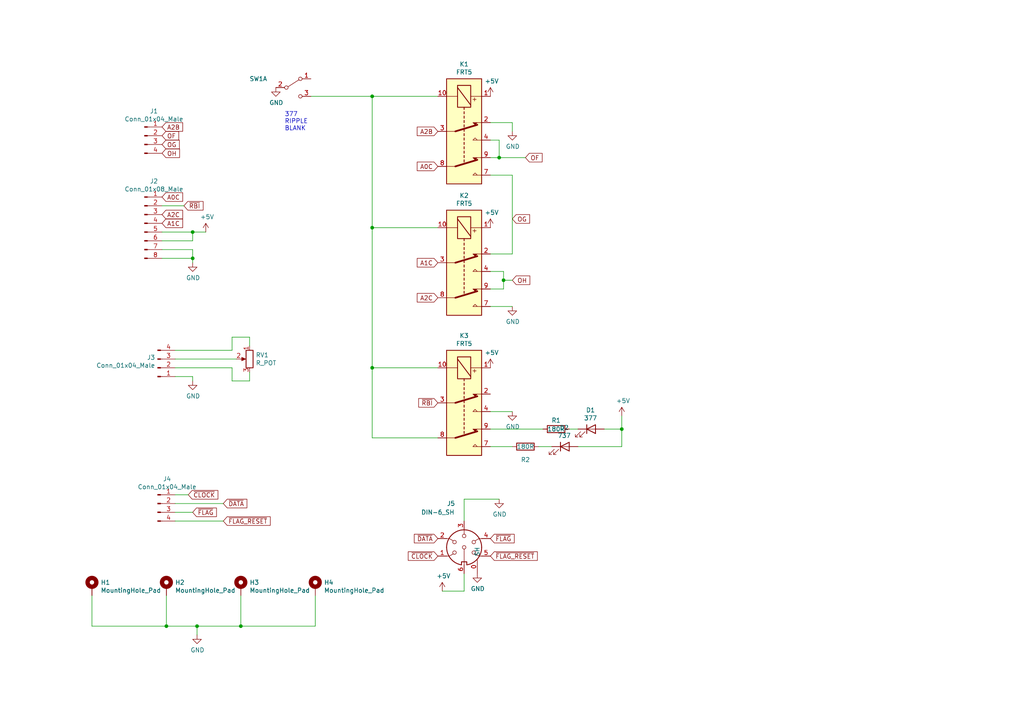
<source format=kicad_sch>
(kicad_sch (version 20211123) (generator eeschema)
  (paper "A4")
  (lib_symbols
    (symbol "Connector:Conn_01x04_Male" (pin_names (offset 1.016) hide)
      (property "Reference" "J" (at 0 5.08 0))
      (property "Value" "Conn_01x04_Male" (at 0 -7.62 0))
      (symbol "Conn_01x04_Male_1_1"
        (polyline (pts (xy 1.27 -5.08) (xy 0.8636 -5.08)) (stroke (width 0.1524)))
        (polyline (pts (xy 1.27 -2.54) (xy 0.8636 -2.54)) (stroke (width 0.1524)))
        (polyline (pts (xy 1.27 0) (xy 0.8636 0)) (stroke (width 0.1524)))
        (polyline (pts (xy 1.27 2.54) (xy 0.8636 2.54)) (stroke (width 0.1524)))
        (rectangle (start 0.8636 -4.953) (end 0 -5.207) (stroke (width 0.1524)) (fill (type outline)))
        (rectangle (start 0.8636 -2.413) (end 0 -2.667) (stroke (width 0.1524)) (fill (type outline)))
        (rectangle (start 0.8636 0.127) (end 0 -0.127) (stroke (width 0.1524)) (fill (type outline)))
        (rectangle (start 0.8636 2.667) (end 0 2.413) (stroke (width 0.1524)) (fill (type outline)))
        (pin passive line (at 5.08 2.54 180) (length 3.81) (name "Pin_1") (number "1"))
        (pin passive line (at 5.08 0 180) (length 3.81) (name "Pin_2") (number "2"))
        (pin passive line (at 5.08 -2.54 180) (length 3.81) (name "Pin_3") (number "3"))
        (pin passive line (at 5.08 -5.08 180) (length 3.81) (name "Pin_4") (number "4"))
      )
    )
    (symbol "Connector:Conn_01x08_Male" (pin_names (offset 1.016) hide)
      (property "Reference" "J" (at 0 10.16 0))
      (property "Value" "Conn_01x08_Male" (at 0 -12.7 0))
      (symbol "Conn_01x08_Male_1_1"
        (polyline (pts (xy 1.27 -10.16) (xy 0.8636 -10.16)) (stroke (width 0.1524)))
        (polyline (pts (xy 1.27 -7.62) (xy 0.8636 -7.62)) (stroke (width 0.1524)))
        (polyline (pts (xy 1.27 -5.08) (xy 0.8636 -5.08)) (stroke (width 0.1524)))
        (polyline (pts (xy 1.27 -2.54) (xy 0.8636 -2.54)) (stroke (width 0.1524)))
        (polyline (pts (xy 1.27 0) (xy 0.8636 0)) (stroke (width 0.1524)))
        (polyline (pts (xy 1.27 2.54) (xy 0.8636 2.54)) (stroke (width 0.1524)))
        (polyline (pts (xy 1.27 5.08) (xy 0.8636 5.08)) (stroke (width 0.1524)))
        (polyline (pts (xy 1.27 7.62) (xy 0.8636 7.62)) (stroke (width 0.1524)))
        (rectangle (start 0.8636 -10.033) (end 0 -10.287) (stroke (width 0.1524)) (fill (type outline)))
        (rectangle (start 0.8636 -7.493) (end 0 -7.747) (stroke (width 0.1524)) (fill (type outline)))
        (rectangle (start 0.8636 -4.953) (end 0 -5.207) (stroke (width 0.1524)) (fill (type outline)))
        (rectangle (start 0.8636 -2.413) (end 0 -2.667) (stroke (width 0.1524)) (fill (type outline)))
        (rectangle (start 0.8636 0.127) (end 0 -0.127) (stroke (width 0.1524)) (fill (type outline)))
        (rectangle (start 0.8636 2.667) (end 0 2.413) (stroke (width 0.1524)) (fill (type outline)))
        (rectangle (start 0.8636 5.207) (end 0 4.953) (stroke (width 0.1524)) (fill (type outline)))
        (rectangle (start 0.8636 7.747) (end 0 7.493) (stroke (width 0.1524)) (fill (type outline)))
        (pin passive line (at 5.08 7.62 180) (length 3.81) (name "Pin_1") (number "1"))
        (pin passive line (at 5.08 5.08 180) (length 3.81) (name "Pin_2") (number "2"))
        (pin passive line (at 5.08 2.54 180) (length 3.81) (name "Pin_3") (number "3"))
        (pin passive line (at 5.08 0 180) (length 3.81) (name "Pin_4") (number "4"))
        (pin passive line (at 5.08 -2.54 180) (length 3.81) (name "Pin_5") (number "5"))
        (pin passive line (at 5.08 -5.08 180) (length 3.81) (name "Pin_6") (number "6"))
        (pin passive line (at 5.08 -7.62 180) (length 3.81) (name "Pin_7") (number "7"))
        (pin passive line (at 5.08 -10.16 180) (length 3.81) (name "Pin_8") (number "8"))
      )
    )
    (symbol "Device:LED" (pin_numbers hide) (pin_names (offset 1.016) hide)
      (property "Reference" "D" (at 0 2.54 0))
      (property "Value" "LED" (at 0 -2.54 0))
      (symbol "LED_0_1"
        (polyline (pts (xy -1.27 -1.27) (xy -1.27 1.27)) (stroke (width 0.254)))
        (polyline (pts (xy -1.27 0) (xy 1.27 0)))
        (polyline (pts (xy 1.27 -1.27) (xy 1.27 1.27) (xy -1.27 0) (xy 1.27 -1.27)) (stroke (width 0.254)))
        (polyline (pts (xy -3.048 -0.762) (xy -4.572 -2.286) (xy -3.81 -2.286) (xy -4.572 -2.286) (xy -4.572 -1.524)))
        (polyline (pts (xy -1.778 -0.762) (xy -3.302 -2.286) (xy -2.54 -2.286) (xy -3.302 -2.286) (xy -3.302 -1.524)))
      )
      (symbol "LED_1_1"
        (pin passive line (at -3.81 0 0) (length 2.54) (name "K") (number "1"))
        (pin passive line (at 3.81 0 180) (length 2.54) (name "A") (number "2"))
      )
    )
    (symbol "Device:R" (pin_numbers hide) (pin_names (offset 0))
      (property "Reference" "R" (at 2.032 0 90))
      (property "Value" "R" (at 0 0 90))
      (symbol "R_0_1"
        (rectangle (start -1.016 -2.54) (end 1.016 2.54) (stroke (width 0.254)))
      )
      (symbol "R_1_1"
        (pin passive line (at 0 3.81 270) (length 1.27) (name "~") (number "1"))
        (pin passive line (at 0 -3.81 90) (length 1.27) (name "~") (number "2"))
      )
    )
    (symbol "Mechanical:MountingHole_Pad" (pin_numbers hide) (pin_names (offset 1.016) hide)
      (property "Reference" "H" (at 0 6.35 0))
      (property "Value" "MountingHole_Pad" (at 0 4.445 0))
      (symbol "MountingHole_Pad_0_1"
        (circle (center 0 1.27) (radius 1.27) (stroke (width 1.27)))
      )
      (symbol "MountingHole_Pad_1_1"
        (pin input line (at 0 -2.54 90) (length 2.54) (name "1") (number "1"))
      )
    )
    (symbol "Relay:FRT5"
      (property "Reference" "K" (at 16.51 3.81 0))
      (property "Value" "FRT5" (at 16.51 1.27 0))
      (symbol "FRT5_0_0"
        (text "+" (at -9.271 2.921 0) (effects (font (size 1.27 1.27))))
      )
      (symbol "FRT5_0_1"
        (rectangle (start -15.24 5.08) (end 15.24 -5.08) (stroke (width 0.254)) (fill (type background)))
        (rectangle (start -13.335 1.905) (end -6.985 -1.905) (stroke (width 0.254)))
        (polyline (pts (xy -12.7 -1.905) (xy -7.62 1.905)) (stroke (width 0.254)))
        (polyline (pts (xy -10.16 -5.08) (xy -10.16 -1.905)))
        (polyline (pts (xy -10.16 5.08) (xy -10.16 1.905)))
        (polyline (pts (xy -6.985 0) (xy -6.35 0)) (stroke (width 0.254)))
        (polyline (pts (xy -5.715 0) (xy -5.08 0)) (stroke (width 0.254)))
        (polyline (pts (xy -4.445 0) (xy -3.81 0)) (stroke (width 0.254)))
        (polyline (pts (xy -3.175 0) (xy -2.54 0)) (stroke (width 0.254)))
        (polyline (pts (xy -1.905 0) (xy -1.27 0)) (stroke (width 0.254)))
        (polyline (pts (xy -0.635 0) (xy 0 0)) (stroke (width 0.254)))
        (polyline (pts (xy 0 -2.54) (xy -1.905 3.81)) (stroke (width 0.508)))
        (polyline (pts (xy 0 -2.54) (xy 0 -5.08)))
        (polyline (pts (xy 0.635 0) (xy 1.27 0)) (stroke (width 0.254)))
        (polyline (pts (xy 1.905 0) (xy 2.54 0)) (stroke (width 0.254)))
        (polyline (pts (xy 3.175 0) (xy 3.81 0)) (stroke (width 0.254)))
        (polyline (pts (xy 4.445 0) (xy 5.08 0)) (stroke (width 0.254)))
        (polyline (pts (xy 5.715 0) (xy 6.35 0)) (stroke (width 0.254)))
        (polyline (pts (xy 6.985 0) (xy 7.62 0)) (stroke (width 0.254)))
        (polyline (pts (xy 8.255 0) (xy 8.89 0)) (stroke (width 0.254)))
        (polyline (pts (xy 10.16 -2.54) (xy 8.255 3.81)) (stroke (width 0.508)))
        (polyline (pts (xy 10.16 -2.54) (xy 10.16 -5.08)))
        (polyline (pts (xy -2.54 5.08) (xy -2.54 2.54) (xy -1.905 3.175) (xy -2.54 3.81)) (fill (type outline)))
        (polyline (pts (xy 2.54 5.08) (xy 2.54 2.54) (xy 1.905 3.175) (xy 2.54 3.81)))
        (polyline (pts (xy 7.62 5.08) (xy 7.62 2.54) (xy 8.255 3.175) (xy 7.62 3.81)) (fill (type outline)))
        (polyline (pts (xy 12.7 5.08) (xy 12.7 2.54) (xy 12.065 3.175) (xy 12.7 3.81)))
      )
      (symbol "FRT5_1_1"
        (pin passive line (at -10.16 7.62 270) (length 2.54) (name "~") (number "1"))
        (pin passive line (at -10.16 -7.62 90) (length 2.54) (name "~") (number "10"))
        (pin passive line (at -2.54 7.62 270) (length 2.54) (name "~") (number "2"))
        (pin passive line (at 0 -7.62 90) (length 2.54) (name "~") (number "3"))
        (pin passive line (at 2.54 7.62 270) (length 2.54) (name "~") (number "4"))
        (pin passive line (at 12.7 7.62 270) (length 2.54) (name "~") (number "7"))
        (pin passive line (at 10.16 -7.62 90) (length 2.54) (name "~") (number "8"))
        (pin passive line (at 7.62 7.62 270) (length 2.54) (name "~") (number "9"))
      )
    )
    (symbol "Switch:SW_DPDT_x2" (pin_names (offset 0) hide)
      (property "Reference" "SW" (at 0 4.318 0))
      (property "Value" "SW_DPDT_x2" (at 0 -5.08 0))
      (symbol "SW_DPDT_x2_0_0"
        (circle (center -2.032 0) (radius 0.508))
        (circle (center 2.032 -2.54) (radius 0.508))
      )
      (symbol "SW_DPDT_x2_0_1"
        (polyline (pts (xy -1.524 0.254) (xy 1.651 2.286)))
        (circle (center 2.032 2.54) (radius 0.508))
      )
      (symbol "SW_DPDT_x2_1_1"
        (pin passive line (at 5.08 2.54 180) (length 2.54) (name "A") (number "1"))
        (pin passive line (at -5.08 0 0) (length 2.54) (name "B") (number "2"))
        (pin passive line (at 5.08 -2.54 180) (length 2.54) (name "C") (number "3"))
      )
      (symbol "SW_DPDT_x2_2_1"
        (pin passive line (at 5.08 2.54 180) (length 2.54) (name "A") (number "4"))
        (pin passive line (at -5.08 0 0) (length 2.54) (name "B") (number "5"))
        (pin passive line (at 5.08 -2.54 180) (length 2.54) (name "C") (number "6"))
      )
    )
    (symbol "power:+5V" (power) (pin_names (offset 0))
      (property "Value" "+5V" (at 0 3.556 0))
      (symbol "+5V_0_1"
        (polyline (pts (xy -0.762 1.27) (xy 0 2.54)))
        (polyline (pts (xy 0 0) (xy 0 2.54)))
        (polyline (pts (xy 0 2.54) (xy 0.762 1.27)))
      )
      (symbol "+5V_1_1"
        (pin power_in line (at 0 0 90) (length 0) hide (name "+5V") (number "1"))
      )
    )
    (symbol "power:GND" (power) (pin_names (offset 0))
      (property "Value" "GND" (at 0 -3.81 0))
      (symbol "GND_0_1"
        (polyline (pts (xy 0 0) (xy 0 -1.27) (xy 1.27 -1.27) (xy 0 -2.54) (xy -1.27 -1.27) (xy 0 -1.27)))
      )
      (symbol "GND_1_1"
        (pin power_in line (at 0 0 270) (length 0) hide (name "GND") (number "1"))
      )
    )
    (symbol "support-PCB-rescue:DIN-6_SH-EDUC-8" (pin_names (offset 1.016))
      (property "Reference" "J" (at 3.175 5.715 0))
      (property "Value" "DIN-6_SH-EDUC-8" (at 4.445 -4.445 0))
      (symbol "DIN-6_SH-EDUC-8_0_1"
        (arc (start -5.08 0) (mid -3.8609 -3.3364) (end -0.762 -5.08) (stroke (width 0.254)))
        (circle (center -2.794 -1.524) (radius 0.508))
        (circle (center -2.794 1.524) (radius 0.508))
        (polyline (pts (xy 0 -5.08) (xy 0 -0.508)))
        (polyline (pts (xy 0 5.08) (xy 0 3.81)))
        (polyline (pts (xy -5.08 -2.54) (xy -4.318 -2.54) (xy -3.175 -1.905)))
        (polyline (pts (xy -5.08 2.54) (xy -4.318 2.54) (xy -3.175 1.905)))
        (polyline (pts (xy 5.08 -2.54) (xy 4.318 -2.54) (xy 3.175 -1.905)))
        (polyline (pts (xy 5.08 2.54) (xy 4.318 2.54) (xy 3.175 1.905)))
        (polyline (pts (xy -0.762 -4.953) (xy -0.762 -4.191) (xy 0.762 -4.191) (xy 0.762 -4.953)) (stroke (width 0.254)))
        (circle (center 0 0) (radius 0.508))
        (circle (center 0 3.302) (radius 0.508))
        (arc (start 0.762 -5.08) (mid 3.8685 -3.343) (end 5.08 0) (stroke (width 0.254)))
        (circle (center 2.794 -1.524) (radius 0.508))
        (circle (center 2.794 1.524) (radius 0.508))
        (arc (start 5.08 0) (mid 0 5.08) (end -5.08 0) (stroke (width 0.254)))
      )
      (symbol "DIN-6_SH-EDUC-8_1_1"
        (pin passive line (at 3.81 -7.62 90) (length 3.9878) (name "SH") (number "0"))
        (pin passive line (at -7.62 -2.54 0) (length 2.54) (name "~") (number "1"))
        (pin passive line (at -7.62 2.54 0) (length 2.54) (name "~") (number "2"))
        (pin passive line (at 0 7.62 270) (length 2.54) (name "~") (number "3"))
        (pin passive line (at 7.62 2.54 180) (length 2.54) (name "~") (number "4"))
        (pin passive line (at 7.62 -2.54 180) (length 2.54) (name "~") (number "5"))
        (pin passive line (at 0 -7.62 90) (length 2.54) (name "~") (number "6"))
      )
    )
    (symbol "support-PCB-rescue:R_POT-Device" (pin_names (offset 1.016) hide)
      (property "Reference" "RV" (at -4.445 0 90))
      (property "Value" "R_POT-Device" (at -2.54 0 90))
      (symbol "R_POT-Device_0_1"
        (polyline (pts (xy 2.54 0) (xy 1.524 0)))
        (polyline (pts (xy 1.143 0) (xy 2.286 0.508) (xy 2.286 -0.508) (xy 1.143 0)) (fill (type outline)))
        (rectangle (start 1.016 2.54) (end -1.016 -2.54) (stroke (width 0.254)))
      )
      (symbol "R_POT-Device_1_1"
        (pin passive line (at 0 3.81 270) (length 1.27) (name "1") (number "1"))
        (pin passive line (at 3.81 0 180) (length 1.27) (name "2") (number "2"))
        (pin passive line (at 0 -3.81 90) (length 1.27) (name "3") (number "3"))
      )
    )
  )
  (junction (at 144.78 45.72))
  (junction (at 146.05 81.28))
  (junction (at 107.95 27.94))
  (junction (at 48.26 181.61))
  (junction (at 55.88 67.31))
  (junction (at 69.85 181.61))
  (junction (at 55.88 74.93))
  (junction (at 107.95 106.68))
  (junction (at 57.15 181.61))
  (junction (at 107.95 66.04))
  (junction (at 180.34 124.46))
  (wire (pts (xy 57.15 184.15) (xy 57.15 181.61)))
  (wire (pts (xy 142.24 50.8) (xy 148.59 50.8)))
  (wire (pts (xy 148.59 88.9) (xy 142.24 88.9)))
  (wire (pts (xy 134.62 144.78) (xy 134.62 151.13)))
  (wire (pts (xy 55.88 67.31) (xy 59.69 67.31)))
  (wire (pts (xy 107.95 127) (xy 127 127)))
  (wire (pts (xy 67.31 110.49) (xy 72.39 110.49)))
  (wire (pts (xy 50.8 146.05) (xy 64.77 146.05)))
  (wire (pts (xy 50.8 143.51) (xy 54.61 143.51)))
  (wire (pts (xy 46.99 69.85) (xy 55.88 69.85)))
  (wire (pts (xy 107.95 106.68) (xy 107.95 66.04)))
  (wire (pts (xy 144.78 45.72) (xy 144.78 40.64)))
  (wire (pts (xy 48.26 181.61) (xy 26.67 181.61)))
  (wire (pts (xy 127 66.04) (xy 107.95 66.04)))
  (wire (pts (xy 148.59 81.28) (xy 146.05 81.28)))
  (wire (pts (xy 46.99 74.93) (xy 55.88 74.93)))
  (wire (pts (xy 50.8 151.13) (xy 64.77 151.13)))
  (wire (pts (xy 91.44 172.72) (xy 91.44 181.61)))
  (wire (pts (xy 67.31 97.79) (xy 67.31 101.6)))
  (wire (pts (xy 142.24 35.56) (xy 148.59 35.56)))
  (wire (pts (xy 46.99 59.69) (xy 53.34 59.69)))
  (wire (pts (xy 127 106.68) (xy 107.95 106.68)))
  (wire (pts (xy 167.64 129.54) (xy 180.34 129.54)))
  (wire (pts (xy 142.24 78.74) (xy 146.05 78.74)))
  (wire (pts (xy 72.39 100.33) (xy 72.39 97.79)))
  (wire (pts (xy 144.78 144.78) (xy 134.62 144.78)))
  (wire (pts (xy 142.24 73.66) (xy 148.59 73.66)))
  (wire (pts (xy 55.88 109.22) (xy 55.88 110.49)))
  (wire (pts (xy 148.59 35.56) (xy 148.59 38.1)))
  (wire (pts (xy 91.44 181.61) (xy 69.85 181.61)))
  (wire (pts (xy 55.88 72.39) (xy 55.88 74.93)))
  (wire (pts (xy 144.78 45.72) (xy 152.4 45.72)))
  (wire (pts (xy 50.8 109.22) (xy 55.88 109.22)))
  (wire (pts (xy 144.78 40.64) (xy 142.24 40.64)))
  (wire (pts (xy 180.34 124.46) (xy 180.34 120.65)))
  (wire (pts (xy 146.05 83.82) (xy 142.24 83.82)))
  (wire (pts (xy 50.8 106.68) (xy 67.31 106.68)))
  (wire (pts (xy 67.31 101.6) (xy 50.8 101.6)))
  (wire (pts (xy 180.34 129.54) (xy 180.34 124.46)))
  (wire (pts (xy 127 27.94) (xy 107.95 27.94)))
  (wire (pts (xy 69.85 181.61) (xy 57.15 181.61)))
  (wire (pts (xy 175.26 124.46) (xy 180.34 124.46)))
  (wire (pts (xy 46.99 72.39) (xy 55.88 72.39)))
  (wire (pts (xy 72.39 110.49) (xy 72.39 107.95)))
  (wire (pts (xy 48.26 172.72) (xy 48.26 181.61)))
  (wire (pts (xy 156.21 129.54) (xy 160.02 129.54)))
  (wire (pts (xy 26.67 181.61) (xy 26.67 172.72)))
  (wire (pts (xy 146.05 81.28) (xy 146.05 83.82)))
  (wire (pts (xy 142.24 45.72) (xy 144.78 45.72)))
  (wire (pts (xy 55.88 69.85) (xy 55.88 67.31)))
  (wire (pts (xy 67.31 106.68) (xy 67.31 110.49)))
  (wire (pts (xy 107.95 66.04) (xy 107.95 27.94)))
  (wire (pts (xy 107.95 27.94) (xy 90.17 27.94)))
  (wire (pts (xy 57.15 181.61) (xy 48.26 181.61)))
  (wire (pts (xy 50.8 104.14) (xy 68.58 104.14)))
  (wire (pts (xy 148.59 129.54) (xy 142.24 129.54)))
  (wire (pts (xy 69.85 172.72) (xy 69.85 181.61)))
  (wire (pts (xy 134.62 171.45) (xy 128.27 171.45)))
  (wire (pts (xy 107.95 106.68) (xy 107.95 127)))
  (wire (pts (xy 142.24 124.46) (xy 157.48 124.46)))
  (wire (pts (xy 146.05 78.74) (xy 146.05 81.28)))
  (wire (pts (xy 55.88 74.93) (xy 55.88 76.2)))
  (wire (pts (xy 148.59 50.8) (xy 148.59 73.66)))
  (wire (pts (xy 142.24 119.38) (xy 148.59 119.38)))
  (wire (pts (xy 134.62 166.37) (xy 134.62 171.45)))
  (wire (pts (xy 46.99 67.31) (xy 55.88 67.31)))
  (wire (pts (xy 50.8 148.59) (xy 55.88 148.59)))
  (wire (pts (xy 72.39 97.79) (xy 67.31 97.79)))
  (wire (pts (xy 167.64 124.46) (xy 165.1 124.46)))
  (text "377\nRIPPLE\nBLANK" (at 82.55 38.1 0) (effects (font (size 1.27 1.27)) (justify left bottom)))
  (global_label "~{DATA}" (shape input) (at 127 156.21 180) (property "Intersheet References" "${INTERSHEET_REFS}" (effects hide)))
  (global_label "A2C" (shape input) (at 127 86.36 180) (property "Intersheet References" "${INTERSHEET_REFS}" (effects hide)))
  (global_label "A1C" (shape input) (at 127 76.2 180) (property "Intersheet References" "${INTERSHEET_REFS}" (effects hide)))
  (global_label "~{CLOCK}" (shape input) (at 127 161.29 180) (property "Intersheet References" "${INTERSHEET_REFS}" (effects hide)))
  (global_label "A2B" (shape input) (at 127 38.1 180) (property "Intersheet References" "${INTERSHEET_REFS}" (effects hide)))
  (global_label "OH" (shape input) (at 148.59 81.28 0) (property "Intersheet References" "${INTERSHEET_REFS}" (effects hide)))
  (global_label "~{RBI}" (shape input) (at 53.34 59.69 0) (property "Intersheet References" "${INTERSHEET_REFS}" (effects hide)))
  (global_label "~{FLAG_RESET}" (shape input) (at 64.77 151.13 0) (property "Intersheet References" "${INTERSHEET_REFS}" (effects hide)))
  (global_label "A0C" (shape input) (at 127 48.26 180) (property "Intersheet References" "${INTERSHEET_REFS}" (effects hide)))
  (global_label "OH" (shape input) (at 46.99 44.45 0) (property "Intersheet References" "${INTERSHEET_REFS}" (effects hide)))
  (global_label "~{FLAG}" (shape input) (at 55.88 148.59 0) (property "Intersheet References" "${INTERSHEET_REFS}" (effects hide)))
  (global_label "A0C" (shape input) (at 46.99 57.15 0) (property "Intersheet References" "${INTERSHEET_REFS}" (effects hide)))
  (global_label "OG" (shape input) (at 46.99 41.91 0) (property "Intersheet References" "${INTERSHEET_REFS}" (effects hide)))
  (global_label "A1C" (shape input) (at 46.99 64.77 0) (property "Intersheet References" "${INTERSHEET_REFS}" (effects hide)))
  (global_label "OG" (shape input) (at 148.59 63.5 0) (property "Intersheet References" "${INTERSHEET_REFS}" (effects hide)))
  (global_label "~{DATA}" (shape input) (at 64.77 146.05 0) (property "Intersheet References" "${INTERSHEET_REFS}" (effects hide)))
  (global_label "~{RBI}" (shape input) (at 127 116.84 180) (property "Intersheet References" "${INTERSHEET_REFS}" (effects hide)))
  (global_label "~{CLOCK}" (shape input) (at 54.61 143.51 0) (property "Intersheet References" "${INTERSHEET_REFS}" (effects hide)))
  (global_label "OF" (shape input) (at 152.4 45.72 0) (property "Intersheet References" "${INTERSHEET_REFS}" (effects hide)))
  (global_label "OF" (shape input) (at 46.99 39.37 0) (property "Intersheet References" "${INTERSHEET_REFS}" (effects hide)))
  (global_label "~{FLAG}" (shape input) (at 142.24 156.21 0) (property "Intersheet References" "${INTERSHEET_REFS}" (effects hide)))
  (global_label "A2C" (shape input) (at 46.99 62.23 0) (property "Intersheet References" "${INTERSHEET_REFS}" (effects hide)))
  (global_label "A2B" (shape input) (at 46.99 36.83 0) (property "Intersheet References" "${INTERSHEET_REFS}" (effects hide)))
  (global_label "~{FLAG_RESET}" (shape input) (at 142.24 161.29 0) (property "Intersheet References" "${INTERSHEET_REFS}" (effects hide)))
  (symbol (lib_id "power:+5V") (at 142.24 27.94 0) (unit 1)
    (property "Reference" "#PWR0101" (effects hide))
    (property "Value" "+5V" (at 142.621 23.5458 0))
  )
  (symbol (lib_id "power:+5V") (at 142.24 66.04 0) (unit 1)
    (property "Reference" "#PWR0102" (effects hide))
    (property "Value" "+5V" (at 142.621 61.6458 0))
  )
  (symbol (lib_id "Connector:Conn_01x04_Male") (at 41.91 39.37 0) (unit 1)
    (property "Reference" "J1" (at 44.6532 32.2326 0))
    (property "Value" "Conn_01x04_Male" (at 44.6532 34.544 0))
    (property "Footprint" "Connector_PinHeader_2.54mm:PinHeader_1x04_P2.54mm_Vertical" (effects hide))
  )
  (symbol (lib_id "Connector:Conn_01x08_Male") (at 41.91 64.77 0) (unit 1)
    (property "Reference" "J2" (at 44.6532 52.5526 0))
    (property "Value" "Conn_01x08_Male" (at 44.6532 54.864 0))
    (property "Footprint" "Connector_PinHeader_2.54mm:PinHeader_1x08_P2.54mm_Vertical" (effects hide))
  )
  (symbol (lib_id "power:+5V") (at 59.69 67.31 0) (unit 1)
    (property "Reference" "#PWR0103" (effects hide))
    (property "Value" "+5V" (at 60.071 62.9158 0))
  )
  (symbol (lib_id "power:GND") (at 55.88 76.2 0) (unit 1)
    (property "Reference" "#PWR0104" (effects hide))
    (property "Value" "GND" (at 56.007 80.5942 0))
  )
  (symbol (lib_id "Switch:SW_DPDT_x2") (at 85.09 25.4 0) (unit 1)
    (property "Reference" "SW1" (at 74.93 22.86 0))
    (property "Value" "SW_DPDT_x2" (effects hide))
    (property "Footprint" "dBSound_library:DPDT_toggle_switch_wired" (effects hide))
  )
  (symbol (lib_id "power:GND") (at 80.01 25.4 0) (unit 1)
    (property "Reference" "#PWR0105" (effects hide))
    (property "Value" "GND" (at 80.137 29.7942 0))
  )
  (symbol (lib_id "power:GND") (at 148.59 119.38 0) (unit 1)
    (property "Reference" "#PWR0106" (effects hide))
    (property "Value" "GND" (at 148.717 123.7742 0))
  )
  (symbol (lib_id "power:GND") (at 148.59 88.9 0) (unit 1)
    (property "Reference" "#PWR0107" (effects hide))
    (property "Value" "GND" (at 148.717 93.2942 0))
  )
  (symbol (lib_id "power:GND") (at 148.59 38.1 0) (unit 1)
    (property "Reference" "#PWR0108" (effects hide))
    (property "Value" "GND" (at 148.717 42.4942 0))
  )
  (symbol (lib_id "power:+5V") (at 142.24 106.68 0) (unit 1)
    (property "Reference" "#PWR0109" (effects hide))
    (property "Value" "+5V" (at 142.621 102.2858 0))
  )
  (symbol (lib_id "Device:LED") (at 171.45 124.46 0) (unit 1)
    (property "Reference" "D1" (at 171.2722 118.9482 0))
    (property "Value" "377" (at 171.2722 121.2596 0))
    (property "Footprint" "LED_THT:LED_D5.0mm" (effects hide))
  )
  (symbol (lib_id "Device:R") (at 161.29 124.46 270) (unit 1)
    (property "Reference" "R1" (at 161.29 121.92 90))
    (property "Value" "180R" (at 161.29 124.46 90))
    (property "Footprint" "Resistor_THT:R_Axial_DIN0207_L6.3mm_D2.5mm_P10.16mm_Horizontal" (effects hide))
  )
  (symbol (lib_id "Device:R") (at 152.4 129.54 270) (unit 1)
    (property "Reference" "R2" (at 152.4 133.35 90))
    (property "Value" "180R" (at 152.4 129.54 90))
    (property "Footprint" "Resistor_THT:R_Axial_DIN0207_L6.3mm_D2.5mm_P10.16mm_Horizontal" (effects hide))
  )
  (symbol (lib_id "Device:LED") (at 163.83 129.54 0) (unit 1)
    (property "Reference" "D2" (at 163.6522 124.0282 0))
    (property "Value" "737" (at 163.6522 126.3396 0))
    (property "Footprint" "LED_THT:LED_D5.0mm" (effects hide))
  )
  (symbol (lib_id "power:+5V") (at 180.34 120.65 0) (unit 1)
    (property "Reference" "#PWR0110" (effects hide))
    (property "Value" "+5V" (at 180.721 116.2558 0))
  )
  (symbol (lib_id "support-PCB-rescue:R_POT-Device") (at 72.39 104.14 0) (mirror y) (unit 1)
    (property "Reference" "RV1" (at 74.168 102.9716 0) (effects (justify right)))
    (property "Value" "R_POT" (at 74.168 105.283 0) (effects (justify right)))
    (property "Footprint" "dBSound_library:Potentiometer_Alpha_RD901F-40-00D_Single_Vertical" (effects hide))
  )
  (symbol (lib_id "power:GND") (at 55.88 110.49 0) (unit 1)
    (property "Reference" "#PWR0111" (effects hide))
    (property "Value" "GND" (at 56.007 114.8842 0))
  )
  (symbol (lib_id "Connector:Conn_01x04_Male") (at 45.72 106.68 0) (mirror x) (unit 1)
    (property "Reference" "J3" (at 45.0088 103.6828 0) (effects (justify right)))
    (property "Value" "Conn_01x04_Male" (at 45.0088 105.9942 0) (effects (justify right)))
    (property "Footprint" "Connector_PinHeader_2.54mm:PinHeader_1x04_P2.54mm_Vertical" (effects hide))
  )
  (symbol (lib_id "Connector:Conn_01x04_Male") (at 45.72 146.05 0) (unit 1)
    (property "Reference" "J4" (at 48.4632 138.9126 0))
    (property "Value" "Conn_01x04_Male" (at 48.4632 141.224 0))
    (property "Footprint" "Connector_PinHeader_2.54mm:PinHeader_1x04_P2.54mm_Vertical" (effects hide))
  )
  (symbol (lib_id "power:GND") (at 144.78 144.78 0) (unit 1)
    (property "Reference" "#PWR0112" (effects hide))
    (property "Value" "GND" (at 144.907 149.1742 0))
  )
  (symbol (lib_id "power:+5V") (at 128.27 171.45 0) (unit 1)
    (property "Reference" "#PWR0113" (effects hide))
    (property "Value" "+5V" (at 128.651 167.0558 0))
  )
  (symbol (lib_id "Relay:FRT5") (at 134.62 38.1 270) (unit 1)
    (property "Reference" "K1" (at 134.62 18.6182 90))
    (property "Value" "FRT5" (at 134.62 20.9296 90))
    (property "Footprint" "Relay_THT:Relay_DPDT_FRT5" (effects hide))
    (property "Datasheet" "https://www.elpro.org/de/index.php?controller=attachment&id_attachment=8663" (effects hide))
  )
  (symbol (lib_id "Relay:FRT5") (at 134.62 76.2 270) (unit 1)
    (property "Reference" "K2" (at 134.62 56.7182 90))
    (property "Value" "FRT5" (at 134.62 59.0296 90))
    (property "Footprint" "Relay_THT:Relay_DPDT_FRT5" (effects hide))
    (property "Datasheet" "https://www.elpro.org/de/index.php?controller=attachment&id_attachment=8663" (effects hide))
  )
  (symbol (lib_id "Relay:FRT5") (at 134.62 116.84 270) (unit 1)
    (property "Reference" "K3" (at 134.62 97.3582 90))
    (property "Value" "FRT5" (at 134.62 99.6696 90))
    (property "Footprint" "Relay_THT:Relay_DPDT_FRT5" (effects hide))
    (property "Datasheet" "https://www.elpro.org/de/index.php?controller=attachment&id_attachment=8663" (effects hide))
  )
  (symbol (lib_id "support-PCB-rescue:DIN-6_SH-EDUC-8") (at 134.62 158.75 0) (unit 1)
    (property "Reference" "J5" (at 130.81 146.05 0))
    (property "Value" "DIN-6_SH" (at 127 148.59 0))
    (property "Footprint" "EDUC-8:6_PIN_DIN_SOCKET" (effects hide))
    (property "Datasheet" "http://www.mouser.com/ds/2/18/40_c091_abd_e-75918.pdf" (effects hide))
  )
  (symbol (lib_id "power:GND") (at 138.43 166.37 0) (unit 1)
    (property "Reference" "#PWR0114" (effects hide))
    (property "Value" "GND" (at 138.557 170.7642 0))
  )
  (symbol (lib_id "Mechanical:MountingHole_Pad") (at 48.26 170.18 0) (unit 1)
    (property "Reference" "H2" (at 50.8 168.9354 0) (effects (justify left)))
    (property "Value" "MountingHole_Pad" (at 50.8 171.2468 0) (effects (justify left)))
    (property "Footprint" "MountingHole:MountingHole_3.2mm_M3_Pad_Via" (effects hide))
  )
  (symbol (lib_id "Mechanical:MountingHole_Pad") (at 69.85 170.18 0) (unit 1)
    (property "Reference" "H3" (at 72.39 168.9354 0) (effects (justify left)))
    (property "Value" "MountingHole_Pad" (at 72.39 171.2468 0) (effects (justify left)))
    (property "Footprint" "MountingHole:MountingHole_3.2mm_M3_Pad_Via" (effects hide))
  )
  (symbol (lib_id "Mechanical:MountingHole_Pad") (at 26.67 170.18 0) (unit 1)
    (property "Reference" "H1" (at 29.21 168.9354 0) (effects (justify left)))
    (property "Value" "MountingHole_Pad" (at 29.21 171.2468 0) (effects (justify left)))
    (property "Footprint" "MountingHole:MountingHole_3.2mm_M3_Pad_Via" (effects hide))
  )
  (symbol (lib_id "Mechanical:MountingHole_Pad") (at 91.44 170.18 0) (unit 1)
    (property "Reference" "H4" (at 93.98 168.9354 0) (effects (justify left)))
    (property "Value" "MountingHole_Pad" (at 93.98 171.2468 0) (effects (justify left)))
    (property "Footprint" "MountingHole:MountingHole_3.2mm_M3_Pad_Via" (effects hide))
  )
  (symbol (lib_id "power:GND") (at 57.15 184.15 0) (unit 1)
    (property "Reference" "#PWR0115" (effects hide))
    (property "Value" "GND" (at 57.277 188.5442 0))
  )
)
</source>
